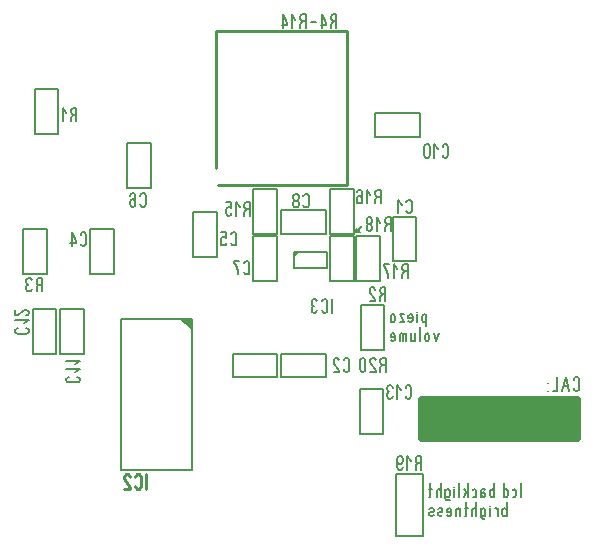
<source format=gbr>
%FSLAX34Y34*%
%MOMM*%
%LNSILK_BOTTOM*%
G71*
G01*
%ADD10C, 0.200*%
%ADD11C, 0.222*%
%ADD12C, 0.206*%
%ADD13C, 0.500*%
%ADD14C, 0.260*%
%LPD*%
G54D10*
X100000Y-280300D02*
X160000Y-280300D01*
X160000Y-408600D01*
X100000Y-408600D01*
X100000Y-280300D01*
G54D11*
X121014Y-424247D02*
X121014Y-411803D01*
G54D11*
X111680Y-421914D02*
X112302Y-423470D01*
X113546Y-424247D01*
X114791Y-424247D01*
X116035Y-423470D01*
X116658Y-421914D01*
X116658Y-414136D01*
X116035Y-412581D01*
X114791Y-411803D01*
X113546Y-411803D01*
X112302Y-412581D01*
X111680Y-414136D01*
G54D11*
X102346Y-424247D02*
X107324Y-424247D01*
X107324Y-423470D01*
X106701Y-421914D01*
X102968Y-417247D01*
X102346Y-415692D01*
X102346Y-414136D01*
X102968Y-412581D01*
X104212Y-411803D01*
X105457Y-411803D01*
X106701Y-412581D01*
X107324Y-414136D01*
G54D10*
X246033Y-237475D02*
X274033Y-237475D01*
X274033Y-223475D01*
X246033Y-223475D01*
X246033Y-237475D01*
G36*
X246033Y-227475D02*
X250033Y-223475D01*
X246033Y-223475D01*
X246033Y-227475D01*
G37*
G54D10*
X246033Y-227475D02*
X250033Y-223475D01*
X246033Y-223475D01*
X246033Y-227475D01*
G54D12*
X278632Y-275140D02*
X278632Y-263584D01*
G54D12*
X269966Y-272973D02*
X270544Y-274418D01*
X271700Y-275140D01*
X272855Y-275140D01*
X274011Y-274418D01*
X274588Y-272973D01*
X274588Y-265751D01*
X274011Y-264307D01*
X272855Y-263584D01*
X271700Y-263584D01*
X270544Y-264307D01*
X269966Y-265751D01*
G54D12*
X265922Y-265751D02*
X265345Y-264307D01*
X264189Y-263584D01*
X263034Y-263584D01*
X261878Y-264307D01*
X261300Y-265751D01*
X261300Y-267196D01*
X261878Y-268640D01*
X263034Y-269362D01*
X261878Y-270084D01*
X261300Y-271529D01*
X261300Y-272973D01*
X261878Y-274418D01*
X263034Y-275140D01*
X264189Y-275140D01*
X265345Y-274418D01*
X265922Y-272973D01*
G54D10*
X46852Y-85874D02*
X26852Y-85874D01*
X26852Y-123874D01*
X46852Y-123874D01*
X46852Y-85874D01*
G54D12*
X59889Y-107471D02*
X58156Y-108915D01*
X57578Y-110360D01*
X57578Y-113249D01*
G54D12*
X62200Y-113249D02*
X62200Y-101693D01*
X59312Y-101693D01*
X58156Y-102415D01*
X57578Y-103860D01*
X57578Y-105304D01*
X58156Y-106749D01*
X59312Y-107471D01*
X62200Y-107471D01*
G54D12*
X53534Y-106026D02*
X50646Y-101693D01*
X50646Y-113249D01*
G54D10*
X124964Y-131883D02*
X104964Y-131883D01*
X104964Y-169883D01*
X124964Y-169883D01*
X124964Y-131883D01*
G54D12*
X116092Y-183446D02*
X116670Y-184891D01*
X117825Y-185613D01*
X118981Y-185613D01*
X120136Y-184891D01*
X120714Y-183446D01*
X120714Y-176224D01*
X120136Y-174780D01*
X118981Y-174057D01*
X117825Y-174057D01*
X116670Y-174780D01*
X116092Y-176224D01*
G54D12*
X107426Y-176224D02*
X108004Y-174780D01*
X109159Y-174057D01*
X110315Y-174057D01*
X111470Y-174780D01*
X112048Y-176224D01*
X112048Y-179835D01*
X112048Y-180557D01*
X110315Y-179113D01*
X109159Y-179113D01*
X108004Y-179835D01*
X107426Y-181280D01*
X107426Y-183446D01*
X108004Y-184891D01*
X109159Y-185613D01*
X110315Y-185613D01*
X111470Y-184891D01*
X112048Y-183446D01*
X112048Y-179835D01*
G54D12*
X280014Y-28480D02*
X278281Y-29924D01*
X277703Y-31369D01*
X277703Y-34257D01*
G54D12*
X282326Y-34257D02*
X282326Y-22702D01*
X279437Y-22702D01*
X278281Y-23424D01*
X277703Y-24869D01*
X277703Y-26313D01*
X278281Y-27757D01*
X279437Y-28480D01*
X282326Y-28480D01*
G54D12*
X270193Y-34257D02*
X270193Y-22702D01*
X273660Y-29924D01*
X273660Y-31369D01*
X269037Y-31369D01*
G54D12*
X264994Y-29202D02*
X260371Y-29202D01*
G54D12*
X254016Y-28480D02*
X252283Y-29924D01*
X251705Y-31369D01*
X251705Y-34257D01*
G54D12*
X256328Y-34257D02*
X256328Y-22702D01*
X253439Y-22702D01*
X252283Y-23424D01*
X251705Y-24869D01*
X251705Y-26313D01*
X252283Y-27757D01*
X253439Y-28480D01*
X256328Y-28480D01*
G54D12*
X247662Y-27035D02*
X244773Y-22702D01*
X244773Y-34257D01*
G54D12*
X237262Y-34257D02*
X237262Y-22702D01*
X240728Y-29924D01*
X240728Y-31369D01*
X236106Y-31369D01*
G54D10*
X315300Y-106100D02*
X315300Y-126100D01*
X353300Y-126100D01*
X353300Y-106100D01*
X315300Y-106100D01*
G54D12*
X372181Y-141869D02*
X372759Y-143313D01*
X373914Y-144035D01*
X375070Y-144035D01*
X376225Y-143313D01*
X376803Y-141869D01*
X376803Y-134646D01*
X376225Y-133202D01*
X375070Y-132480D01*
X373914Y-132480D01*
X372759Y-133202D01*
X372181Y-134646D01*
G54D12*
X368137Y-136813D02*
X365248Y-132480D01*
X365248Y-144035D01*
G54D12*
X356582Y-134646D02*
X356582Y-141869D01*
X357160Y-143313D01*
X358315Y-144035D01*
X359471Y-144035D01*
X360626Y-143313D01*
X361204Y-141869D01*
X361204Y-134646D01*
X360626Y-133202D01*
X359471Y-132480D01*
X358315Y-132480D01*
X357160Y-133202D01*
X356582Y-134646D01*
G54D10*
X232033Y-170486D02*
X212033Y-170486D01*
X212033Y-208486D01*
X232033Y-208486D01*
X232033Y-170486D01*
G54D12*
X206661Y-187607D02*
X204928Y-189051D01*
X204350Y-190496D01*
X204350Y-193385D01*
G54D12*
X208972Y-193385D02*
X208972Y-181829D01*
X206083Y-181829D01*
X204928Y-182551D01*
X204350Y-183996D01*
X204350Y-185440D01*
X204928Y-186885D01*
X206083Y-187607D01*
X208972Y-187607D01*
G54D12*
X200306Y-186162D02*
X197417Y-181829D01*
X197417Y-193385D01*
G54D12*
X188751Y-181829D02*
X193373Y-181829D01*
X193373Y-186885D01*
X192795Y-186885D01*
X191640Y-186162D01*
X190484Y-186162D01*
X189329Y-186885D01*
X188751Y-188329D01*
X188751Y-191218D01*
X189329Y-192662D01*
X190484Y-193385D01*
X191640Y-193385D01*
X192795Y-192662D01*
X193373Y-191218D01*
G54D10*
X297033Y-170486D02*
X277033Y-170486D01*
X277033Y-208486D01*
X297033Y-208486D01*
X297033Y-170486D01*
G54D12*
X317459Y-177012D02*
X315725Y-178456D01*
X315148Y-179900D01*
X315148Y-182789D01*
G54D12*
X319770Y-182789D02*
X319770Y-171234D01*
X316881Y-171234D01*
X315725Y-171956D01*
X315148Y-173400D01*
X315148Y-174845D01*
X315725Y-176289D01*
X316881Y-177012D01*
X319770Y-177012D01*
G54D12*
X311104Y-175567D02*
X308215Y-171234D01*
X308215Y-182789D01*
G54D12*
X299548Y-173400D02*
X300126Y-171956D01*
X301282Y-171234D01*
X302437Y-171234D01*
X303593Y-171956D01*
X304171Y-173400D01*
X304171Y-177012D01*
X304171Y-177734D01*
X302437Y-176289D01*
X301282Y-176289D01*
X300126Y-177012D01*
X299548Y-178456D01*
X299548Y-180623D01*
X300126Y-182067D01*
X301282Y-182789D01*
X302437Y-182789D01*
X303593Y-182067D01*
X304171Y-180623D01*
X304171Y-177012D01*
G54D10*
X273132Y-208469D02*
X273132Y-188469D01*
X235132Y-188469D01*
X235132Y-208469D01*
X273132Y-208469D01*
G54D12*
X254404Y-183964D02*
X254982Y-185409D01*
X256138Y-186131D01*
X257293Y-186131D01*
X258449Y-185409D01*
X259026Y-183964D01*
X259026Y-176742D01*
X258449Y-175298D01*
X257293Y-174576D01*
X256138Y-174576D01*
X254982Y-175298D01*
X254404Y-176742D01*
G54D12*
X247472Y-180353D02*
X248627Y-180353D01*
X249783Y-179631D01*
X250360Y-178187D01*
X250360Y-176742D01*
X249783Y-175298D01*
X248627Y-174576D01*
X247472Y-174576D01*
X246316Y-175298D01*
X245738Y-176742D01*
X245738Y-178187D01*
X246316Y-179631D01*
X247472Y-180353D01*
X246316Y-181076D01*
X245738Y-182520D01*
X245738Y-183964D01*
X246316Y-185409D01*
X247472Y-186131D01*
X248627Y-186131D01*
X249783Y-185409D01*
X250360Y-183964D01*
X250360Y-182520D01*
X249783Y-181076D01*
X248627Y-180353D01*
G54D10*
X94033Y-204486D02*
X74033Y-204486D01*
X74033Y-242486D01*
X94033Y-242486D01*
X94033Y-204486D01*
G54D12*
X65659Y-216708D02*
X66237Y-218152D01*
X67393Y-218874D01*
X68548Y-218874D01*
X69704Y-218152D01*
X70282Y-216708D01*
X70282Y-209485D01*
X69704Y-208041D01*
X68548Y-207319D01*
X67393Y-207319D01*
X66237Y-208041D01*
X65659Y-209485D01*
G54D12*
X58149Y-218874D02*
X58149Y-207319D01*
X61616Y-214541D01*
X61616Y-215985D01*
X56993Y-215985D01*
G36*
X160000Y-280300D02*
X159927Y-289166D01*
X151112Y-280467D01*
X160000Y-280300D01*
G37*
G54D10*
X160000Y-280300D02*
X159927Y-289166D01*
X151112Y-280467D01*
X160000Y-280300D01*
G54D10*
X297033Y-210486D02*
X277033Y-210486D01*
X277033Y-248486D01*
X297033Y-248486D01*
X297033Y-210486D01*
G54D12*
X325850Y-200358D02*
X324117Y-201802D01*
X323539Y-203246D01*
X323539Y-206135D01*
G54D12*
X328161Y-206135D02*
X328161Y-194580D01*
X325272Y-194580D01*
X324117Y-195302D01*
X323539Y-196746D01*
X323539Y-198191D01*
X324117Y-199635D01*
X325272Y-200358D01*
X328161Y-200358D01*
G54D12*
X319495Y-198913D02*
X316606Y-194580D01*
X316606Y-206135D01*
G54D12*
X309673Y-200358D02*
X310829Y-200358D01*
X311984Y-199635D01*
X312562Y-198191D01*
X312562Y-196746D01*
X311984Y-195302D01*
X310829Y-194580D01*
X309673Y-194580D01*
X308518Y-195302D01*
X307940Y-196746D01*
X307940Y-198191D01*
X308518Y-199635D01*
X309673Y-200358D01*
X308518Y-201080D01*
X307940Y-202524D01*
X307940Y-203969D01*
X308518Y-205413D01*
X309673Y-206135D01*
X310829Y-206135D01*
X311984Y-205413D01*
X312562Y-203969D01*
X312562Y-202524D01*
X311984Y-201080D01*
X310829Y-200358D01*
G54D10*
X319033Y-210486D02*
X299033Y-210486D01*
X299033Y-248486D01*
X319033Y-248486D01*
X319033Y-210486D01*
G54D12*
X340261Y-240081D02*
X338528Y-241525D01*
X337950Y-242970D01*
X337950Y-245859D01*
G54D12*
X342572Y-245859D02*
X342572Y-234303D01*
X339684Y-234303D01*
X338528Y-235025D01*
X337950Y-236470D01*
X337950Y-237914D01*
X338528Y-239359D01*
X339684Y-240081D01*
X342572Y-240081D01*
G54D12*
X333906Y-238636D02*
X331018Y-234303D01*
X331018Y-245859D01*
G54D12*
X326973Y-234303D02*
X322351Y-234303D01*
X322929Y-235748D01*
X324085Y-237914D01*
X325240Y-240803D01*
X325818Y-242970D01*
X325818Y-245859D01*
G54D10*
X17032Y-242487D02*
X37032Y-242487D01*
X37032Y-204487D01*
X17032Y-204487D01*
X17032Y-242487D01*
G54D12*
X30704Y-251414D02*
X28971Y-252859D01*
X28393Y-254303D01*
X28393Y-257192D01*
G54D12*
X33015Y-257192D02*
X33015Y-245637D01*
X30126Y-245637D01*
X28971Y-246359D01*
X28393Y-247803D01*
X28393Y-249248D01*
X28971Y-250692D01*
X30126Y-251414D01*
X33015Y-251414D01*
G54D12*
X24349Y-247803D02*
X23772Y-246359D01*
X22616Y-245637D01*
X21460Y-245637D01*
X20305Y-246359D01*
X19727Y-247803D01*
X19727Y-249248D01*
X20305Y-250692D01*
X21460Y-251414D01*
X20305Y-252137D01*
X19727Y-253581D01*
X19727Y-255026D01*
X20305Y-256470D01*
X21460Y-257192D01*
X22616Y-257192D01*
X23772Y-256470D01*
X24349Y-255026D01*
G54D10*
X48223Y-310441D02*
X68223Y-310441D01*
X68223Y-272441D01*
X48223Y-272441D01*
X48223Y-310441D01*
G54D12*
X55727Y-329713D02*
X54283Y-330290D01*
X53560Y-331446D01*
X53560Y-332602D01*
X54283Y-333757D01*
X55727Y-334335D01*
X62949Y-334335D01*
X64394Y-333757D01*
X65116Y-332602D01*
X65116Y-331446D01*
X64394Y-330290D01*
X62949Y-329713D01*
G54D12*
X60783Y-325669D02*
X65116Y-322780D01*
X53560Y-322780D01*
G54D12*
X60783Y-318736D02*
X65116Y-315847D01*
X53560Y-315847D01*
G54D10*
X25223Y-310441D02*
X45223Y-310441D01*
X45223Y-272441D01*
X25223Y-272441D01*
X25223Y-310441D01*
G54D12*
X12677Y-288438D02*
X11233Y-289016D01*
X10510Y-290171D01*
X10510Y-291327D01*
X11233Y-292482D01*
X12677Y-293060D01*
X19899Y-293060D01*
X21344Y-292482D01*
X22066Y-291327D01*
X22066Y-290171D01*
X21344Y-289016D01*
X19899Y-288438D01*
G54D12*
X17733Y-284394D02*
X22066Y-281505D01*
X10510Y-281505D01*
G54D12*
X10510Y-272839D02*
X10510Y-277461D01*
X11233Y-277461D01*
X12677Y-276883D01*
X17010Y-273416D01*
X18455Y-272839D01*
X19899Y-272839D01*
X21344Y-273416D01*
X22066Y-274572D01*
X22066Y-275728D01*
X21344Y-276883D01*
X19899Y-277461D01*
G54D10*
X323006Y-268423D02*
X303006Y-268423D01*
X303006Y-306423D01*
X323006Y-306423D01*
X323006Y-268423D01*
G54D12*
X321432Y-259449D02*
X319699Y-260893D01*
X319121Y-262338D01*
X319121Y-265226D01*
G54D12*
X323743Y-265226D02*
X323743Y-253671D01*
X320855Y-253671D01*
X319699Y-254393D01*
X319121Y-255838D01*
X319121Y-257282D01*
X319699Y-258726D01*
X320855Y-259449D01*
X323743Y-259449D01*
G54D12*
X310455Y-265226D02*
X315077Y-265226D01*
X315077Y-264504D01*
X314500Y-263060D01*
X311033Y-258726D01*
X310455Y-257282D01*
X310455Y-255838D01*
X311033Y-254393D01*
X312189Y-253671D01*
X313344Y-253671D01*
X314500Y-254393D01*
X315077Y-255838D01*
G54D10*
X161289Y-227945D02*
X181289Y-227945D01*
X181289Y-189945D01*
X161289Y-189945D01*
X161289Y-227945D01*
G54D12*
X193025Y-216108D02*
X193603Y-217552D01*
X194759Y-218274D01*
X195914Y-218274D01*
X197070Y-217552D01*
X197647Y-216108D01*
X197647Y-208886D01*
X197070Y-207441D01*
X195914Y-206719D01*
X194759Y-206719D01*
X193603Y-207441D01*
X193025Y-208886D01*
G54D12*
X184359Y-206719D02*
X188981Y-206719D01*
X188981Y-211774D01*
X188404Y-211774D01*
X187248Y-211052D01*
X186093Y-211052D01*
X184937Y-211774D01*
X184359Y-213219D01*
X184359Y-216108D01*
X184937Y-217552D01*
X186093Y-218274D01*
X187248Y-218274D01*
X188404Y-217552D01*
X188981Y-216108D01*
G54D10*
X232033Y-210486D02*
X212033Y-210486D01*
X212033Y-248486D01*
X232033Y-248486D01*
X232033Y-210486D01*
G54D12*
X204083Y-240703D02*
X204661Y-242147D01*
X205816Y-242869D01*
X206972Y-242869D01*
X208127Y-242147D01*
X208705Y-240703D01*
X208705Y-233480D01*
X208127Y-232036D01*
X206972Y-231314D01*
X205816Y-231314D01*
X204661Y-232036D01*
X204083Y-233480D01*
G54D12*
X200039Y-231314D02*
X195417Y-231314D01*
X195995Y-232758D01*
X197150Y-234925D01*
X198306Y-237814D01*
X198884Y-239980D01*
X198884Y-242869D01*
G54D10*
X235406Y-309851D02*
X235406Y-329851D01*
X273406Y-329851D01*
X273406Y-309851D01*
X235406Y-309851D01*
G54D12*
X321846Y-319324D02*
X320113Y-320769D01*
X319535Y-322213D01*
X319535Y-325102D01*
G54D12*
X324157Y-325102D02*
X324157Y-313546D01*
X321268Y-313546D01*
X320113Y-314269D01*
X319535Y-315713D01*
X319535Y-317158D01*
X320113Y-318602D01*
X321268Y-319324D01*
X324157Y-319324D01*
G54D12*
X310869Y-325102D02*
X315491Y-325102D01*
X315491Y-324380D01*
X314913Y-322935D01*
X311447Y-318602D01*
X310869Y-317158D01*
X310869Y-315713D01*
X311447Y-314269D01*
X312602Y-313546D01*
X313758Y-313546D01*
X314913Y-314269D01*
X315491Y-315713D01*
G54D12*
X302203Y-315713D02*
X302203Y-322935D01*
X302781Y-324380D01*
X303936Y-325102D01*
X305092Y-325102D01*
X306247Y-324380D01*
X306825Y-322935D01*
X306825Y-315713D01*
X306247Y-314269D01*
X305092Y-313546D01*
X303936Y-313546D01*
X302781Y-314269D01*
X302203Y-315713D01*
G54D10*
X304033Y-201986D02*
X299033Y-206986D01*
G54D10*
X299033Y-206986D02*
X299033Y-203986D01*
X302033Y-206986D01*
X299033Y-206986D01*
G54D10*
X194406Y-309851D02*
X194406Y-329851D01*
X232406Y-329851D01*
X232406Y-309851D01*
X194406Y-309851D01*
G54D12*
X288535Y-322935D02*
X289113Y-324380D01*
X290268Y-325102D01*
X291424Y-325102D01*
X292579Y-324380D01*
X293157Y-322935D01*
X293157Y-315713D01*
X292579Y-314269D01*
X291424Y-313546D01*
X290268Y-313546D01*
X289113Y-314269D01*
X288535Y-315713D01*
G54D12*
X279869Y-325102D02*
X284491Y-325102D01*
X284491Y-324380D01*
X283913Y-322935D01*
X280447Y-318602D01*
X279869Y-317158D01*
X279869Y-315713D01*
X280447Y-314269D01*
X281602Y-313546D01*
X282758Y-313546D01*
X283913Y-314269D01*
X284491Y-315713D01*
G54D10*
X349964Y-193883D02*
X329964Y-193883D01*
X329964Y-231883D01*
X349964Y-231883D01*
X349964Y-193883D01*
G54D12*
X341592Y-188946D02*
X342169Y-190390D01*
X343325Y-191113D01*
X344480Y-191113D01*
X345636Y-190390D01*
X346214Y-188946D01*
X346214Y-181724D01*
X345636Y-180279D01*
X344480Y-179557D01*
X343325Y-179557D01*
X342169Y-180279D01*
X341592Y-181724D01*
G54D12*
X337548Y-183890D02*
X334659Y-179557D01*
X334659Y-191113D01*
G54D10*
X332457Y-412239D02*
X332457Y-464077D01*
X355994Y-464077D01*
X355994Y-412239D01*
X332457Y-412239D01*
G54D12*
X351604Y-402602D02*
X349870Y-404046D01*
X349293Y-405491D01*
X349293Y-408380D01*
G54D12*
X353915Y-408380D02*
X353915Y-396824D01*
X351026Y-396824D01*
X349870Y-397546D01*
X349293Y-398991D01*
X349293Y-400435D01*
X349870Y-401880D01*
X351026Y-402602D01*
X353915Y-402602D01*
G54D12*
X345249Y-401157D02*
X342360Y-396824D01*
X342360Y-408380D01*
G54D12*
X338316Y-406213D02*
X337738Y-407658D01*
X336583Y-408380D01*
X335427Y-408380D01*
X334271Y-407658D01*
X333694Y-406213D01*
X333694Y-402602D01*
X333694Y-401880D01*
X335427Y-403324D01*
X336583Y-403324D01*
X337738Y-402602D01*
X338316Y-401157D01*
X338316Y-398991D01*
X337738Y-397546D01*
X336582Y-396824D01*
X335427Y-396824D01*
X334272Y-397546D01*
X333694Y-398991D01*
X333694Y-402602D01*
G54D10*
X301942Y-377982D02*
X321942Y-377982D01*
X321942Y-339982D01*
X301942Y-339982D01*
X301942Y-377982D01*
G54D12*
X340802Y-345881D02*
X341379Y-347326D01*
X342535Y-348048D01*
X343690Y-348048D01*
X344846Y-347326D01*
X345424Y-345881D01*
X345424Y-338659D01*
X344846Y-337215D01*
X343690Y-336492D01*
X342535Y-336492D01*
X341379Y-337215D01*
X340802Y-338659D01*
G54D12*
X336758Y-340826D02*
X333869Y-336492D01*
X333869Y-348048D01*
G54D12*
X329825Y-338659D02*
X329247Y-337215D01*
X328091Y-336492D01*
X326936Y-336492D01*
X325780Y-337215D01*
X325203Y-338659D01*
X325203Y-340103D01*
X325780Y-341548D01*
X326936Y-342270D01*
X325780Y-342992D01*
X325203Y-344437D01*
X325203Y-345881D01*
X325780Y-347326D01*
X326936Y-348048D01*
X328091Y-348048D01*
X329247Y-347326D01*
X329825Y-345881D01*
G54D12*
X358326Y-276757D02*
X358326Y-286146D01*
G54D12*
X358326Y-281091D02*
X357748Y-282969D01*
X356592Y-283257D01*
X355437Y-282969D01*
X354859Y-281524D01*
X354859Y-278635D01*
X355437Y-277191D01*
X356592Y-276757D01*
X357748Y-277191D01*
X358326Y-278924D01*
G54D12*
X350814Y-283257D02*
X350814Y-276757D01*
G54D12*
X350814Y-274591D02*
X350814Y-274591D01*
G54D12*
X343304Y-282535D02*
X344228Y-283257D01*
X345384Y-283257D01*
X346539Y-282535D01*
X346770Y-281091D01*
X346770Y-278635D01*
X346193Y-277191D01*
X345037Y-276757D01*
X343882Y-277191D01*
X343304Y-278202D01*
X343304Y-279646D01*
X346770Y-279646D01*
G54D12*
X339260Y-276757D02*
X335793Y-276757D01*
X339260Y-283257D01*
X335793Y-283257D01*
G54D12*
X328282Y-281524D02*
X328282Y-278635D01*
X328860Y-277191D01*
X330015Y-276757D01*
X331171Y-277191D01*
X331748Y-278635D01*
X331748Y-281524D01*
X331171Y-282969D01*
X330015Y-283257D01*
X328860Y-282969D01*
X328282Y-281524D01*
G54D12*
X369326Y-292757D02*
X367014Y-299257D01*
X364703Y-292757D01*
G54D12*
X357193Y-297524D02*
X357193Y-294635D01*
X357771Y-293191D01*
X358926Y-292757D01*
X360082Y-293191D01*
X360660Y-294635D01*
X360660Y-297524D01*
X360082Y-298969D01*
X358926Y-299257D01*
X357771Y-298969D01*
X357193Y-297524D01*
G54D12*
X353148Y-299257D02*
X353148Y-287702D01*
G54D12*
X345638Y-292757D02*
X345638Y-299257D01*
G54D12*
X345638Y-297813D02*
X346216Y-298969D01*
X347371Y-299257D01*
X348527Y-298969D01*
X349104Y-297813D01*
X349104Y-292757D01*
G54D12*
X341594Y-299257D02*
X341594Y-292757D01*
G54D12*
X341594Y-293913D02*
X340438Y-292757D01*
X339282Y-293191D01*
X338705Y-294202D01*
X338705Y-299257D01*
G54D12*
X338705Y-293913D02*
X337549Y-292757D01*
X336394Y-293191D01*
X335816Y-294202D01*
X335816Y-299257D01*
G54D12*
X328305Y-298535D02*
X329229Y-299257D01*
X330385Y-299257D01*
X331540Y-298535D01*
X331772Y-297091D01*
X331772Y-294635D01*
X331194Y-293191D01*
X330038Y-292757D01*
X328883Y-293191D01*
X328305Y-294202D01*
X328305Y-295646D01*
X331772Y-295646D01*
G54D12*
X438326Y-431257D02*
X438326Y-419702D01*
G54D12*
X431393Y-425191D02*
X432548Y-424757D01*
X433704Y-425191D01*
X434282Y-426635D01*
X434282Y-429524D01*
X433704Y-430969D01*
X432548Y-431257D01*
X431393Y-430969D01*
G54D12*
X423882Y-431257D02*
X423882Y-419702D01*
G54D12*
X423882Y-426635D02*
X424460Y-425191D01*
X425615Y-424757D01*
X426771Y-425191D01*
X427348Y-426635D01*
X427348Y-429524D01*
X426771Y-430969D01*
X425615Y-431257D01*
X424460Y-430969D01*
X423882Y-429524D01*
G54D12*
X415678Y-431257D02*
X415678Y-419702D01*
G54D12*
X415678Y-426635D02*
X415100Y-425191D01*
X413944Y-424757D01*
X412789Y-425191D01*
X412211Y-426635D01*
X412211Y-429524D01*
X412789Y-430969D01*
X413944Y-431257D01*
X415100Y-430969D01*
X415678Y-429524D01*
G54D12*
X408166Y-425480D02*
X407011Y-424757D01*
X405624Y-424757D01*
X404700Y-426202D01*
X404700Y-431257D01*
G54D12*
X404700Y-429091D02*
X405278Y-427646D01*
X406433Y-427357D01*
X407589Y-427646D01*
X408166Y-429091D01*
X407935Y-430535D01*
X407011Y-431257D01*
X406433Y-431257D01*
X406202Y-431257D01*
X405278Y-430535D01*
X404700Y-429091D01*
G54D12*
X397767Y-425191D02*
X398922Y-424757D01*
X400078Y-425191D01*
X400656Y-426635D01*
X400656Y-429524D01*
X400078Y-430969D01*
X398922Y-431257D01*
X397767Y-430969D01*
G54D12*
X393722Y-431257D02*
X393722Y-419702D01*
G54D12*
X391989Y-426924D02*
X390256Y-431257D01*
G54D12*
X393722Y-428369D02*
X390256Y-424757D01*
G54D12*
X386212Y-431257D02*
X386212Y-419702D01*
G54D12*
X382168Y-431257D02*
X382168Y-424757D01*
G54D12*
X382168Y-422591D02*
X382168Y-422591D01*
G54D12*
X378124Y-433424D02*
X376968Y-434146D01*
X376159Y-434146D01*
X375004Y-433424D01*
X374657Y-431980D01*
X374657Y-424757D01*
G54D12*
X374657Y-426635D02*
X375235Y-425191D01*
X376390Y-424757D01*
X377546Y-425191D01*
X378124Y-426635D01*
X378124Y-429524D01*
X377546Y-430969D01*
X376390Y-431257D01*
X375235Y-430969D01*
X374657Y-429524D01*
G54D12*
X370612Y-431257D02*
X370612Y-419702D01*
G54D12*
X370612Y-426635D02*
X370035Y-425191D01*
X368879Y-424757D01*
X367724Y-425191D01*
X367146Y-426635D01*
X367146Y-431257D01*
G54D12*
X361946Y-419702D02*
X361946Y-430535D01*
X361368Y-431257D01*
X360790Y-430969D01*
G54D12*
X363102Y-424757D02*
X360790Y-424757D01*
G54D12*
X426326Y-447257D02*
X426326Y-435702D01*
G54D12*
X426326Y-442635D02*
X425748Y-441191D01*
X424592Y-440757D01*
X423437Y-441191D01*
X422859Y-442635D01*
X422859Y-445524D01*
X423437Y-446969D01*
X424592Y-447257D01*
X425748Y-446969D01*
X426326Y-445524D01*
G54D12*
X418814Y-447257D02*
X418814Y-440757D01*
G54D12*
X418814Y-442202D02*
X417659Y-440757D01*
X416503Y-440757D01*
G54D12*
X412460Y-447257D02*
X412460Y-440757D01*
G54D12*
X412460Y-438591D02*
X412460Y-438591D01*
G54D12*
X408416Y-449424D02*
X407260Y-450146D01*
X406451Y-450146D01*
X405296Y-449424D01*
X404949Y-447980D01*
X404949Y-440757D01*
G54D12*
X404949Y-442635D02*
X405527Y-441191D01*
X406682Y-440757D01*
X407838Y-441191D01*
X408416Y-442635D01*
X408416Y-445524D01*
X407838Y-446969D01*
X406682Y-447257D01*
X405527Y-446969D01*
X404949Y-445524D01*
G54D12*
X400904Y-447257D02*
X400904Y-435702D01*
G54D12*
X400904Y-442635D02*
X400327Y-441191D01*
X399171Y-440757D01*
X398016Y-441191D01*
X397438Y-442635D01*
X397438Y-447257D01*
G54D12*
X392238Y-435702D02*
X392238Y-446535D01*
X391660Y-447257D01*
X391082Y-446969D01*
G54D12*
X393394Y-440757D02*
X391082Y-440757D01*
G54D12*
X387038Y-447257D02*
X387038Y-440757D01*
G54D12*
X387038Y-442202D02*
X386461Y-441191D01*
X385305Y-440757D01*
X384150Y-441191D01*
X383572Y-442202D01*
X383572Y-447257D01*
G54D12*
X376061Y-446535D02*
X376985Y-447257D01*
X378141Y-447257D01*
X379296Y-446535D01*
X379528Y-445091D01*
X379528Y-442635D01*
X378950Y-441191D01*
X377794Y-440757D01*
X376639Y-441191D01*
X376061Y-442202D01*
X376061Y-443646D01*
X379528Y-443646D01*
G54D12*
X372016Y-446535D02*
X370861Y-447257D01*
X369705Y-447257D01*
X368550Y-446535D01*
X368550Y-445091D01*
X369128Y-444369D01*
X371439Y-443646D01*
X372016Y-442924D01*
X372016Y-441480D01*
X370861Y-440757D01*
X369705Y-440757D01*
X368550Y-441480D01*
G54D12*
X364506Y-446535D02*
X363350Y-447257D01*
X362194Y-447257D01*
X361039Y-446535D01*
X361039Y-445091D01*
X361617Y-444369D01*
X363928Y-443646D01*
X364506Y-442924D01*
X364506Y-441480D01*
X363350Y-440757D01*
X362194Y-440757D01*
X361039Y-441480D01*
G36*
X354033Y-347986D02*
X487033Y-347986D01*
X487033Y-381986D01*
X354033Y-381986D01*
X354033Y-347986D01*
G37*
G54D13*
X354033Y-347986D02*
X487033Y-347986D01*
X487033Y-381986D01*
X354033Y-381986D01*
X354033Y-347986D01*
G54D12*
X483293Y-339213D02*
X483870Y-340657D01*
X485026Y-341380D01*
X486182Y-341380D01*
X487337Y-340657D01*
X487915Y-339213D01*
X487915Y-331991D01*
X487337Y-330546D01*
X486182Y-329824D01*
X485026Y-329824D01*
X483870Y-330546D01*
X483293Y-331991D01*
G54D12*
X479249Y-341380D02*
X476360Y-329824D01*
X473471Y-341380D01*
G54D12*
X478093Y-337046D02*
X474627Y-337046D01*
G54D12*
X469427Y-329824D02*
X469427Y-341380D01*
X465382Y-341380D01*
G54D12*
X461339Y-341380D02*
X461339Y-341380D01*
G54D12*
X461339Y-334880D02*
X461339Y-334880D01*
G54D14*
X180145Y-37111D02*
X291270Y-37111D01*
X291270Y-167286D01*
X181733Y-167286D01*
G54D14*
X180145Y-37111D02*
X180145Y-152999D01*
M02*

</source>
